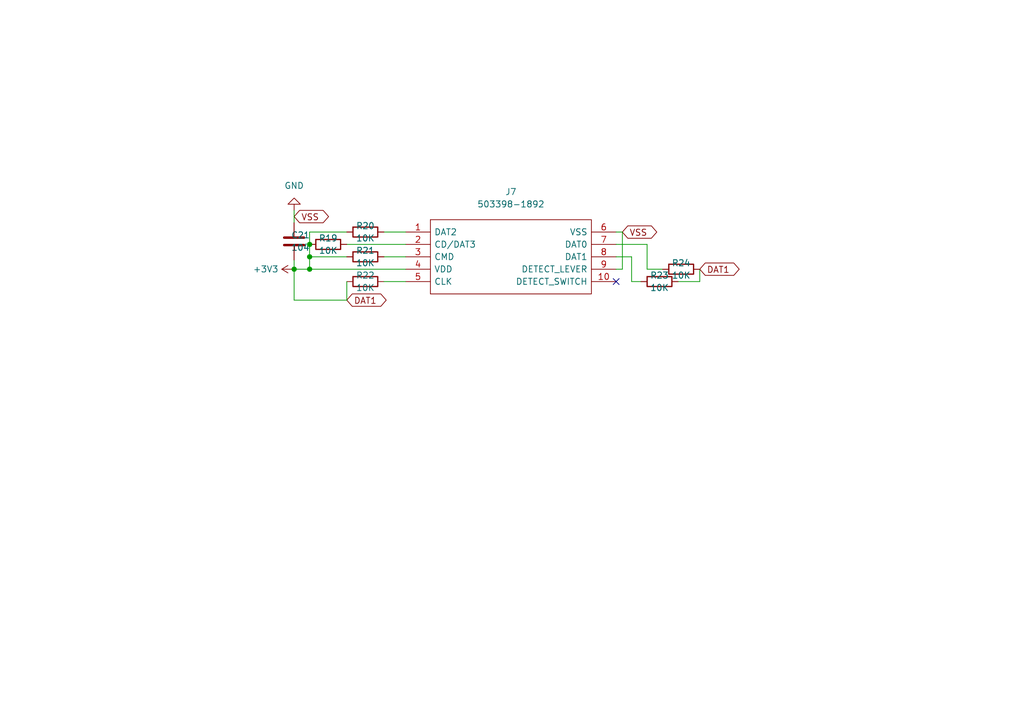
<source format=kicad_sch>
(kicad_sch (version 20211123) (generator eeschema)

  (uuid ebf214bd-d76c-484c-9c8b-2c332625b08d)

  (paper "A5")

  (lib_symbols
    (symbol "Device:C" (pin_numbers hide) (pin_names (offset 0.254)) (in_bom yes) (on_board yes)
      (property "Reference" "C" (id 0) (at 0.635 2.54 0)
        (effects (font (size 1.27 1.27)) (justify left))
      )
      (property "Value" "C" (id 1) (at 0.635 -2.54 0)
        (effects (font (size 1.27 1.27)) (justify left))
      )
      (property "Footprint" "" (id 2) (at 0.9652 -3.81 0)
        (effects (font (size 1.27 1.27)) hide)
      )
      (property "Datasheet" "~" (id 3) (at 0 0 0)
        (effects (font (size 1.27 1.27)) hide)
      )
      (property "ki_keywords" "cap capacitor" (id 4) (at 0 0 0)
        (effects (font (size 1.27 1.27)) hide)
      )
      (property "ki_description" "Unpolarized capacitor" (id 5) (at 0 0 0)
        (effects (font (size 1.27 1.27)) hide)
      )
      (property "ki_fp_filters" "C_*" (id 6) (at 0 0 0)
        (effects (font (size 1.27 1.27)) hide)
      )
      (symbol "C_0_1"
        (polyline
          (pts
            (xy -2.032 -0.762)
            (xy 2.032 -0.762)
          )
          (stroke (width 0.508) (type default) (color 0 0 0 0))
          (fill (type none))
        )
        (polyline
          (pts
            (xy -2.032 0.762)
            (xy 2.032 0.762)
          )
          (stroke (width 0.508) (type default) (color 0 0 0 0))
          (fill (type none))
        )
      )
      (symbol "C_1_1"
        (pin passive line (at 0 3.81 270) (length 2.794)
          (name "~" (effects (font (size 1.27 1.27))))
          (number "1" (effects (font (size 1.27 1.27))))
        )
        (pin passive line (at 0 -3.81 90) (length 2.794)
          (name "~" (effects (font (size 1.27 1.27))))
          (number "2" (effects (font (size 1.27 1.27))))
        )
      )
    )
    (symbol "Device:R" (pin_numbers hide) (pin_names (offset 0)) (in_bom yes) (on_board yes)
      (property "Reference" "R" (id 0) (at 2.032 0 90)
        (effects (font (size 1.27 1.27)))
      )
      (property "Value" "R" (id 1) (at 0 0 90)
        (effects (font (size 1.27 1.27)))
      )
      (property "Footprint" "" (id 2) (at -1.778 0 90)
        (effects (font (size 1.27 1.27)) hide)
      )
      (property "Datasheet" "~" (id 3) (at 0 0 0)
        (effects (font (size 1.27 1.27)) hide)
      )
      (property "ki_keywords" "R res resistor" (id 4) (at 0 0 0)
        (effects (font (size 1.27 1.27)) hide)
      )
      (property "ki_description" "Resistor" (id 5) (at 0 0 0)
        (effects (font (size 1.27 1.27)) hide)
      )
      (property "ki_fp_filters" "R_*" (id 6) (at 0 0 0)
        (effects (font (size 1.27 1.27)) hide)
      )
      (symbol "R_0_1"
        (rectangle (start -1.016 -2.54) (end 1.016 2.54)
          (stroke (width 0.254) (type default) (color 0 0 0 0))
          (fill (type none))
        )
      )
      (symbol "R_1_1"
        (pin passive line (at 0 3.81 270) (length 1.27)
          (name "~" (effects (font (size 1.27 1.27))))
          (number "1" (effects (font (size 1.27 1.27))))
        )
        (pin passive line (at 0 -3.81 90) (length 1.27)
          (name "~" (effects (font (size 1.27 1.27))))
          (number "2" (effects (font (size 1.27 1.27))))
        )
      )
    )
    (symbol "SamacSys_Parts:503398-1892" (pin_names (offset 0.762)) (in_bom yes) (on_board yes)
      (property "Reference" "J" (id 0) (at 39.37 7.62 0)
        (effects (font (size 1.27 1.27)) (justify left))
      )
      (property "Value" "503398-1892" (id 1) (at 39.37 5.08 0)
        (effects (font (size 1.27 1.27)) (justify left))
      )
      (property "Footprint" "503398-1892" (id 2) (at 39.37 2.54 0)
        (effects (font (size 1.27 1.27)) (justify left) hide)
      )
      (property "Datasheet" "http://www.molex.com/webdocs/datasheets/pdf/en-us//5033981892_MEMORY_CARD_SOCKET.pdf" (id 3) (at 39.37 0 0)
        (effects (font (size 1.27 1.27)) (justify left) hide)
      )
      (property "Description" "MicroSD SMT Push-Push 1.28mm height MicroSD SMT Push-Push 1.28mm height" (id 4) (at 39.37 -2.54 0)
        (effects (font (size 1.27 1.27)) (justify left) hide)
      )
      (property "Height" "" (id 5) (at 39.37 -5.08 0)
        (effects (font (size 1.27 1.27)) (justify left) hide)
      )
      (property "Manufacturer_Name" "Molex" (id 6) (at 39.37 -7.62 0)
        (effects (font (size 1.27 1.27)) (justify left) hide)
      )
      (property "Manufacturer_Part_Number" "503398-1892" (id 7) (at 39.37 -10.16 0)
        (effects (font (size 1.27 1.27)) (justify left) hide)
      )
      (property "Mouser Part Number" "538-503398-1892" (id 8) (at 39.37 -12.7 0)
        (effects (font (size 1.27 1.27)) (justify left) hide)
      )
      (property "Mouser Price/Stock" "https://www.mouser.co.uk/ProductDetail/Molex/503398-1892?qs=b0v8CoHHvSMxV%252BW12iKaSg%3D%3D" (id 9) (at 39.37 -15.24 0)
        (effects (font (size 1.27 1.27)) (justify left) hide)
      )
      (property "Arrow Part Number" "" (id 10) (at 39.37 -17.78 0)
        (effects (font (size 1.27 1.27)) (justify left) hide)
      )
      (property "Arrow Price/Stock" "" (id 11) (at 39.37 -20.32 0)
        (effects (font (size 1.27 1.27)) (justify left) hide)
      )
      (property "ki_description" "MicroSD SMT Push-Push 1.28mm height MicroSD SMT Push-Push 1.28mm height" (id 12) (at 0 0 0)
        (effects (font (size 1.27 1.27)) hide)
      )
      (symbol "503398-1892_0_0"
        (pin passive line (at 0 0 0) (length 5.08)
          (name "DAT2" (effects (font (size 1.27 1.27))))
          (number "1" (effects (font (size 1.27 1.27))))
        )
        (pin passive line (at 43.18 -10.16 180) (length 5.08)
          (name "DETECT_SWITCH" (effects (font (size 1.27 1.27))))
          (number "10" (effects (font (size 1.27 1.27))))
        )
        (pin passive line (at 0 -2.54 0) (length 5.08)
          (name "CD/DAT3" (effects (font (size 1.27 1.27))))
          (number "2" (effects (font (size 1.27 1.27))))
        )
        (pin passive line (at 0 -5.08 0) (length 5.08)
          (name "CMD" (effects (font (size 1.27 1.27))))
          (number "3" (effects (font (size 1.27 1.27))))
        )
        (pin passive line (at 0 -7.62 0) (length 5.08)
          (name "VDD" (effects (font (size 1.27 1.27))))
          (number "4" (effects (font (size 1.27 1.27))))
        )
        (pin passive line (at 0 -10.16 0) (length 5.08)
          (name "CLK" (effects (font (size 1.27 1.27))))
          (number "5" (effects (font (size 1.27 1.27))))
        )
        (pin passive line (at 43.18 0 180) (length 5.08)
          (name "VSS" (effects (font (size 1.27 1.27))))
          (number "6" (effects (font (size 1.27 1.27))))
        )
        (pin passive line (at 43.18 -2.54 180) (length 5.08)
          (name "DAT0" (effects (font (size 1.27 1.27))))
          (number "7" (effects (font (size 1.27 1.27))))
        )
        (pin passive line (at 43.18 -5.08 180) (length 5.08)
          (name "DAT1" (effects (font (size 1.27 1.27))))
          (number "8" (effects (font (size 1.27 1.27))))
        )
        (pin passive line (at 43.18 -7.62 180) (length 5.08)
          (name "DETECT_LEVER" (effects (font (size 1.27 1.27))))
          (number "9" (effects (font (size 1.27 1.27))))
        )
      )
      (symbol "503398-1892_0_1"
        (polyline
          (pts
            (xy 5.08 2.54)
            (xy 38.1 2.54)
            (xy 38.1 -12.7)
            (xy 5.08 -12.7)
            (xy 5.08 2.54)
          )
          (stroke (width 0.1524) (type default) (color 0 0 0 0))
          (fill (type none))
        )
      )
    )
    (symbol "power:+3V3" (power) (pin_names (offset 0)) (in_bom yes) (on_board yes)
      (property "Reference" "#PWR" (id 0) (at 0 -3.81 0)
        (effects (font (size 1.27 1.27)) hide)
      )
      (property "Value" "+3V3" (id 1) (at 0 3.556 0)
        (effects (font (size 1.27 1.27)))
      )
      (property "Footprint" "" (id 2) (at 0 0 0)
        (effects (font (size 1.27 1.27)) hide)
      )
      (property "Datasheet" "" (id 3) (at 0 0 0)
        (effects (font (size 1.27 1.27)) hide)
      )
      (property "ki_keywords" "power-flag" (id 4) (at 0 0 0)
        (effects (font (size 1.27 1.27)) hide)
      )
      (property "ki_description" "Power symbol creates a global label with name \"+3V3\"" (id 5) (at 0 0 0)
        (effects (font (size 1.27 1.27)) hide)
      )
      (symbol "+3V3_0_1"
        (polyline
          (pts
            (xy -0.762 1.27)
            (xy 0 2.54)
          )
          (stroke (width 0) (type default) (color 0 0 0 0))
          (fill (type none))
        )
        (polyline
          (pts
            (xy 0 0)
            (xy 0 2.54)
          )
          (stroke (width 0) (type default) (color 0 0 0 0))
          (fill (type none))
        )
        (polyline
          (pts
            (xy 0 2.54)
            (xy 0.762 1.27)
          )
          (stroke (width 0) (type default) (color 0 0 0 0))
          (fill (type none))
        )
      )
      (symbol "+3V3_1_1"
        (pin power_in line (at 0 0 90) (length 0) hide
          (name "+3V3" (effects (font (size 1.27 1.27))))
          (number "1" (effects (font (size 1.27 1.27))))
        )
      )
    )
    (symbol "power:GND" (power) (pin_names (offset 0)) (in_bom yes) (on_board yes)
      (property "Reference" "#PWR" (id 0) (at 0 -6.35 0)
        (effects (font (size 1.27 1.27)) hide)
      )
      (property "Value" "GND" (id 1) (at 0 -3.81 0)
        (effects (font (size 1.27 1.27)))
      )
      (property "Footprint" "" (id 2) (at 0 0 0)
        (effects (font (size 1.27 1.27)) hide)
      )
      (property "Datasheet" "" (id 3) (at 0 0 0)
        (effects (font (size 1.27 1.27)) hide)
      )
      (property "ki_keywords" "power-flag" (id 4) (at 0 0 0)
        (effects (font (size 1.27 1.27)) hide)
      )
      (property "ki_description" "Power symbol creates a global label with name \"GND\" , ground" (id 5) (at 0 0 0)
        (effects (font (size 1.27 1.27)) hide)
      )
      (symbol "GND_0_1"
        (polyline
          (pts
            (xy 0 0)
            (xy 0 -1.27)
            (xy 1.27 -1.27)
            (xy 0 -2.54)
            (xy -1.27 -1.27)
            (xy 0 -1.27)
          )
          (stroke (width 0) (type default) (color 0 0 0 0))
          (fill (type none))
        )
      )
      (symbol "GND_1_1"
        (pin power_in line (at 0 0 270) (length 0) hide
          (name "GND" (effects (font (size 1.27 1.27))))
          (number "1" (effects (font (size 1.27 1.27))))
        )
      )
    )
  )

  (junction (at 63.5 50.165) (diameter 0) (color 0 0 0 0)
    (uuid 389f684b-2d65-45d3-9550-0b31c4187718)
  )
  (junction (at 63.5 55.245) (diameter 0) (color 0 0 0 0)
    (uuid 8a5df1fc-32b9-4336-bdb3-139c2c351f71)
  )
  (junction (at 63.5 52.705) (diameter 0) (color 0 0 0 0)
    (uuid e932c479-db27-4688-9ce3-e833c4188fff)
  )
  (junction (at 60.325 55.245) (diameter 0) (color 0 0 0 0)
    (uuid ffb675a0-23fc-4815-a86b-8dce352fccf8)
  )

  (no_connect (at 126.365 57.785) (uuid 28777e9a-4aa0-4e02-849b-6e81343a60ba))

  (wire (pts (xy 83.185 55.245) (xy 63.5 55.245))
    (stroke (width 0) (type default) (color 0 0 0 0))
    (uuid 061d61ee-31b0-4f96-865f-cc8ee62b5700)
  )
  (wire (pts (xy 63.5 55.245) (xy 63.5 52.705))
    (stroke (width 0) (type default) (color 0 0 0 0))
    (uuid 09146c53-d9f8-4aef-802b-66dfe5030910)
  )
  (wire (pts (xy 71.12 52.705) (xy 63.5 52.705))
    (stroke (width 0) (type default) (color 0 0 0 0))
    (uuid 0fae6213-e5b3-410c-b0e1-7ce402c1da9a)
  )
  (wire (pts (xy 71.12 57.785) (xy 71.12 61.595))
    (stroke (width 0) (type default) (color 0 0 0 0))
    (uuid 143e5e70-0c2a-4f06-9f68-1ec5cde4b534)
  )
  (wire (pts (xy 129.54 57.785) (xy 131.445 57.785))
    (stroke (width 0) (type default) (color 0 0 0 0))
    (uuid 167014b3-e4a9-4436-92fa-c451ecf93e05)
  )
  (wire (pts (xy 78.74 47.625) (xy 83.185 47.625))
    (stroke (width 0) (type default) (color 0 0 0 0))
    (uuid 216d1032-b401-4e3d-b236-950c7c525471)
  )
  (wire (pts (xy 129.54 52.705) (xy 129.54 57.785))
    (stroke (width 0) (type default) (color 0 0 0 0))
    (uuid 295f59a6-8947-41e2-a230-50bb6fb65e1c)
  )
  (wire (pts (xy 71.12 50.165) (xy 83.185 50.165))
    (stroke (width 0) (type default) (color 0 0 0 0))
    (uuid 298aab12-d55b-4733-9769-f1449d74ddd1)
  )
  (wire (pts (xy 132.715 55.245) (xy 135.89 55.245))
    (stroke (width 0) (type default) (color 0 0 0 0))
    (uuid 4186c2c8-6798-4c91-83a3-070e1be9a3f4)
  )
  (wire (pts (xy 78.74 52.705) (xy 83.185 52.705))
    (stroke (width 0) (type default) (color 0 0 0 0))
    (uuid 675f8a55-9813-4386-9ca4-ad9fdf599ed1)
  )
  (wire (pts (xy 127.635 47.625) (xy 126.365 47.625))
    (stroke (width 0) (type default) (color 0 0 0 0))
    (uuid 6b12fde1-8ae9-4bd6-a8df-ccee4875d479)
  )
  (wire (pts (xy 60.325 55.245) (xy 63.5 55.245))
    (stroke (width 0) (type default) (color 0 0 0 0))
    (uuid 6f050a89-6451-47d0-861f-21a017a11793)
  )
  (wire (pts (xy 127.635 47.625) (xy 127.635 55.245))
    (stroke (width 0) (type default) (color 0 0 0 0))
    (uuid 76c4e3bb-0bb0-4860-a53f-9427ed6aab29)
  )
  (wire (pts (xy 126.365 50.165) (xy 132.715 50.165))
    (stroke (width 0) (type default) (color 0 0 0 0))
    (uuid 7dd7d406-80be-4165-b960-7e83daef7737)
  )
  (wire (pts (xy 139.065 57.785) (xy 143.51 57.785))
    (stroke (width 0) (type default) (color 0 0 0 0))
    (uuid 8f0dc7f2-38a4-418f-bc05-1dd429f4a3db)
  )
  (wire (pts (xy 60.325 53.34) (xy 60.325 55.245))
    (stroke (width 0) (type default) (color 0 0 0 0))
    (uuid 9eebca43-a356-43bf-a683-e75406582b87)
  )
  (wire (pts (xy 78.74 57.785) (xy 83.185 57.785))
    (stroke (width 0) (type default) (color 0 0 0 0))
    (uuid ab451880-ee78-4705-a09b-25111c14b223)
  )
  (wire (pts (xy 63.5 47.625) (xy 63.5 50.165))
    (stroke (width 0) (type default) (color 0 0 0 0))
    (uuid ac81fed9-7ea0-4c89-8b0c-f7edefda35cb)
  )
  (wire (pts (xy 71.12 61.595) (xy 60.325 61.595))
    (stroke (width 0) (type default) (color 0 0 0 0))
    (uuid b4769a6d-fd94-494e-97fb-467bf28ab302)
  )
  (wire (pts (xy 63.5 52.705) (xy 63.5 50.165))
    (stroke (width 0) (type default) (color 0 0 0 0))
    (uuid c6f6bcb1-d3bf-47cd-bb94-708c3d3e05b5)
  )
  (wire (pts (xy 60.325 55.245) (xy 60.325 61.595))
    (stroke (width 0) (type default) (color 0 0 0 0))
    (uuid cfe44a81-ad42-4195-8697-50872c1c6d31)
  )
  (wire (pts (xy 71.12 47.625) (xy 63.5 47.625))
    (stroke (width 0) (type default) (color 0 0 0 0))
    (uuid d65a362d-9240-42eb-bfbe-3544c68bc58c)
  )
  (wire (pts (xy 143.51 57.785) (xy 143.51 55.245))
    (stroke (width 0) (type default) (color 0 0 0 0))
    (uuid dd4cc5d2-7865-40e1-9d81-c0c9af7ffbbd)
  )
  (wire (pts (xy 127.635 55.245) (xy 126.365 55.245))
    (stroke (width 0) (type default) (color 0 0 0 0))
    (uuid e51f632a-949b-4fcd-b27b-29b6be2619af)
  )
  (wire (pts (xy 60.325 43.18) (xy 60.325 45.72))
    (stroke (width 0) (type default) (color 0 0 0 0))
    (uuid e9dedd5b-27a8-4e81-8362-822165e6a9ca)
  )
  (wire (pts (xy 132.715 50.165) (xy 132.715 55.245))
    (stroke (width 0) (type default) (color 0 0 0 0))
    (uuid ebb0e813-b70e-44ec-aec5-f4851b12c03a)
  )
  (wire (pts (xy 126.365 52.705) (xy 129.54 52.705))
    (stroke (width 0) (type default) (color 0 0 0 0))
    (uuid f29a9273-6aec-44e8-8e45-58c38d205084)
  )

  (global_label "DAT1" (shape bidirectional) (at 143.51 55.245 0) (fields_autoplaced)
    (effects (font (size 1.27 1.27)) (justify left))
    (uuid 182c8262-a375-473e-8894-920c18846853)
    (property "Intersheet References" "${INTERSHEET_REFS}" (id 0) (at 150.4588 55.1656 0)
      (effects (font (size 1.27 1.27)) (justify left) hide)
    )
  )
  (global_label "VSS" (shape bidirectional) (at 60.325 44.45 0) (fields_autoplaced)
    (effects (font (size 1.27 1.27)) (justify left))
    (uuid 1ff45553-88ea-46da-a6f8-876bf5f69ab9)
    (property "Intersheet References" "${INTERSHEET_REFS}" (id 0) (at 66.2457 44.3706 0)
      (effects (font (size 1.27 1.27)) (justify left) hide)
    )
  )
  (global_label "DAT1" (shape bidirectional) (at 71.12 61.595 0) (fields_autoplaced)
    (effects (font (size 1.27 1.27)) (justify left))
    (uuid 7ed93386-d704-44a4-b065-b67e051216c1)
    (property "Intersheet References" "${INTERSHEET_REFS}" (id 0) (at 78.0688 61.5156 0)
      (effects (font (size 1.27 1.27)) (justify left) hide)
    )
  )
  (global_label "VSS" (shape bidirectional) (at 127.635 47.625 0) (fields_autoplaced)
    (effects (font (size 1.27 1.27)) (justify left))
    (uuid e1660ea8-0f7d-4df0-aa24-b4bbfe40f77d)
    (property "Intersheet References" "${INTERSHEET_REFS}" (id 0) (at 133.5557 47.5456 0)
      (effects (font (size 1.27 1.27)) (justify left) hide)
    )
  )

  (symbol (lib_id "power:+3V3") (at 60.325 55.245 90) (unit 1)
    (in_bom yes) (on_board yes) (fields_autoplaced)
    (uuid 3157d4a7-3a68-40ce-b807-6ff844dcb839)
    (property "Reference" "#PWR051" (id 0) (at 64.135 55.245 0)
      (effects (font (size 1.27 1.27)) hide)
    )
    (property "Value" "+3V3" (id 1) (at 57.15 55.2449 90)
      (effects (font (size 1.27 1.27)) (justify left))
    )
    (property "Footprint" "" (id 2) (at 60.325 55.245 0)
      (effects (font (size 1.27 1.27)) hide)
    )
    (property "Datasheet" "" (id 3) (at 60.325 55.245 0)
      (effects (font (size 1.27 1.27)) hide)
    )
    (pin "1" (uuid b069bd83-897c-47dd-b9da-33b2c3b35af7))
  )

  (symbol (lib_id "SamacSys_Parts:503398-1892") (at 83.185 47.625 0) (unit 1)
    (in_bom yes) (on_board yes) (fields_autoplaced)
    (uuid 4ebac76a-4d07-4f35-bc1f-d5d3560fe13a)
    (property "Reference" "J7" (id 0) (at 104.775 39.37 0))
    (property "Value" "503398-1892" (id 1) (at 104.775 41.91 0))
    (property "Footprint" "503398-1892" (id 2) (at 122.555 45.085 0)
      (effects (font (size 1.27 1.27)) (justify left) hide)
    )
    (property "Datasheet" "http://www.molex.com/webdocs/datasheets/pdf/en-us//5033981892_MEMORY_CARD_SOCKET.pdf" (id 3) (at 122.555 47.625 0)
      (effects (font (size 1.27 1.27)) (justify left) hide)
    )
    (property "Description" "MicroSD SMT Push-Push 1.28mm height MicroSD SMT Push-Push 1.28mm height" (id 4) (at 122.555 50.165 0)
      (effects (font (size 1.27 1.27)) (justify left) hide)
    )
    (property "Height" "" (id 5) (at 122.555 52.705 0)
      (effects (font (size 1.27 1.27)) (justify left) hide)
    )
    (property "Manufacturer_Name" "Molex" (id 6) (at 122.555 55.245 0)
      (effects (font (size 1.27 1.27)) (justify left) hide)
    )
    (property "Manufacturer_Part_Number" "503398-1892" (id 7) (at 122.555 57.785 0)
      (effects (font (size 1.27 1.27)) (justify left) hide)
    )
    (property "Mouser Part Number" "538-503398-1892" (id 8) (at 122.555 60.325 0)
      (effects (font (size 1.27 1.27)) (justify left) hide)
    )
    (property "Mouser Price/Stock" "https://www.mouser.co.uk/ProductDetail/Molex/503398-1892?qs=b0v8CoHHvSMxV%252BW12iKaSg%3D%3D" (id 9) (at 122.555 62.865 0)
      (effects (font (size 1.27 1.27)) (justify left) hide)
    )
    (property "Arrow Part Number" "" (id 10) (at 122.555 65.405 0)
      (effects (font (size 1.27 1.27)) (justify left) hide)
    )
    (property "Arrow Price/Stock" "" (id 11) (at 122.555 67.945 0)
      (effects (font (size 1.27 1.27)) (justify left) hide)
    )
    (pin "1" (uuid 3dac4e6d-cd28-4f85-b38f-c717f90e54f1))
    (pin "10" (uuid ab7095c4-036e-4e59-829f-be7da4045773))
    (pin "2" (uuid 9ac10f91-bfe7-47ae-b8f6-dd03a80bc13d))
    (pin "3" (uuid 2b044f53-9347-4311-85e1-dc9d3b444eb4))
    (pin "4" (uuid 61783352-0f28-48e9-8942-04f8c5a960d5))
    (pin "5" (uuid 7d65b799-7859-48b1-9f65-09d4ef526daa))
    (pin "6" (uuid 42a07313-de49-4b34-b0db-674fed57ac7f))
    (pin "7" (uuid 34073c9c-c0a9-43b3-bfbc-f82c1a838684))
    (pin "8" (uuid 9176c0eb-49b4-47af-9c11-1214d75d3fd2))
    (pin "9" (uuid 3c304e55-bade-4e79-9ec7-bf455aad6008))
  )

  (symbol (lib_id "Device:R") (at 74.93 57.785 90) (unit 1)
    (in_bom yes) (on_board yes)
    (uuid 64c7e626-205a-492e-821a-92e0ddd50d94)
    (property "Reference" "R22" (id 0) (at 74.93 56.515 90))
    (property "Value" "10K" (id 1) (at 74.93 59.055 90))
    (property "Footprint" "Resistor_SMD:R_0201_0603Metric_Pad0.64x0.40mm_HandSolder" (id 2) (at 74.93 59.563 90)
      (effects (font (size 1.27 1.27)) hide)
    )
    (property "Datasheet" "~" (id 3) (at 74.93 57.785 0)
      (effects (font (size 1.27 1.27)) hide)
    )
    (pin "1" (uuid b4fd43a6-62d7-447d-9c91-221614937d74))
    (pin "2" (uuid c00abe62-1198-4f1c-b7ee-13f70f622906))
  )

  (symbol (lib_id "Device:C") (at 60.325 49.53 0) (unit 1)
    (in_bom yes) (on_board yes)
    (uuid 7c031871-b832-425d-ba63-93acbaee81c1)
    (property "Reference" "C21" (id 0) (at 59.69 48.26 0)
      (effects (font (size 1.27 1.27)) (justify left))
    )
    (property "Value" "104" (id 1) (at 59.69 50.8 0)
      (effects (font (size 1.27 1.27)) (justify left))
    )
    (property "Footprint" "Capacitor_SMD:C_0603_1608Metric_Pad1.08x0.95mm_HandSolder" (id 2) (at 61.2902 53.34 0)
      (effects (font (size 1.27 1.27)) hide)
    )
    (property "Datasheet" "~" (id 3) (at 60.325 49.53 0)
      (effects (font (size 1.27 1.27)) hide)
    )
    (pin "1" (uuid c371b581-d8f0-42df-af56-a8ce4ea8e3dd))
    (pin "2" (uuid 611b2087-b4d5-46a7-9bfe-a91ef77a855c))
  )

  (symbol (lib_id "Device:R") (at 74.93 47.625 90) (unit 1)
    (in_bom yes) (on_board yes)
    (uuid 859ffbee-34ba-41c3-a554-52a012476f6e)
    (property "Reference" "R20" (id 0) (at 74.93 46.355 90))
    (property "Value" "10K" (id 1) (at 74.93 48.895 90))
    (property "Footprint" "Resistor_SMD:R_0201_0603Metric_Pad0.64x0.40mm_HandSolder" (id 2) (at 74.93 49.403 90)
      (effects (font (size 1.27 1.27)) hide)
    )
    (property "Datasheet" "~" (id 3) (at 74.93 47.625 0)
      (effects (font (size 1.27 1.27)) hide)
    )
    (pin "1" (uuid a0f1e1e2-28cf-4dd0-b183-c970860a69fd))
    (pin "2" (uuid ec0cc511-2293-4955-8e14-abd318853175))
  )

  (symbol (lib_id "Device:R") (at 74.93 52.705 90) (unit 1)
    (in_bom yes) (on_board yes)
    (uuid 9a624321-cdcf-473a-954e-59a888175444)
    (property "Reference" "R21" (id 0) (at 74.93 51.435 90))
    (property "Value" "10K" (id 1) (at 74.93 53.975 90))
    (property "Footprint" "Resistor_SMD:R_0201_0603Metric_Pad0.64x0.40mm_HandSolder" (id 2) (at 74.93 54.483 90)
      (effects (font (size 1.27 1.27)) hide)
    )
    (property "Datasheet" "~" (id 3) (at 74.93 52.705 0)
      (effects (font (size 1.27 1.27)) hide)
    )
    (pin "1" (uuid 7f92cb4f-571c-436b-9ad6-41b7662c6b0f))
    (pin "2" (uuid 1b19b67e-2792-4d6d-b89c-ca8e86427146))
  )

  (symbol (lib_id "Device:R") (at 139.7 55.245 90) (unit 1)
    (in_bom yes) (on_board yes)
    (uuid a375178e-cc0d-4d95-8d3d-94fe1e670718)
    (property "Reference" "R24" (id 0) (at 139.7 53.975 90))
    (property "Value" "10K" (id 1) (at 139.7 56.515 90))
    (property "Footprint" "Resistor_SMD:R_0201_0603Metric_Pad0.64x0.40mm_HandSolder" (id 2) (at 139.7 57.023 90)
      (effects (font (size 1.27 1.27)) hide)
    )
    (property "Datasheet" "~" (id 3) (at 139.7 55.245 0)
      (effects (font (size 1.27 1.27)) hide)
    )
    (pin "1" (uuid a37f02a4-63c5-412e-a922-0dc1b075a679))
    (pin "2" (uuid a5f41092-745b-4dd7-83aa-99711716722f))
  )

  (symbol (lib_id "Device:R") (at 135.255 57.785 90) (unit 1)
    (in_bom yes) (on_board yes)
    (uuid ac441c66-57d1-4f50-9b23-9f1c1c59657e)
    (property "Reference" "R23" (id 0) (at 135.255 56.515 90))
    (property "Value" "10K" (id 1) (at 135.255 59.055 90))
    (property "Footprint" "Resistor_SMD:R_0201_0603Metric_Pad0.64x0.40mm_HandSolder" (id 2) (at 135.255 59.563 90)
      (effects (font (size 1.27 1.27)) hide)
    )
    (property "Datasheet" "~" (id 3) (at 135.255 57.785 0)
      (effects (font (size 1.27 1.27)) hide)
    )
    (pin "1" (uuid 26daf6b1-28f1-42f6-8cd8-38a7865c8a3d))
    (pin "2" (uuid 3d932fc3-882a-4af0-a903-0c6e04ad5e12))
  )

  (symbol (lib_id "Device:R") (at 67.31 50.165 90) (unit 1)
    (in_bom yes) (on_board yes)
    (uuid bacc38a8-1baa-4b5a-8666-749347694436)
    (property "Reference" "R19" (id 0) (at 67.31 48.895 90))
    (property "Value" "10K" (id 1) (at 67.31 51.435 90))
    (property "Footprint" "Resistor_SMD:R_0201_0603Metric_Pad0.64x0.40mm_HandSolder" (id 2) (at 67.31 51.943 90)
      (effects (font (size 1.27 1.27)) hide)
    )
    (property "Datasheet" "~" (id 3) (at 67.31 50.165 0)
      (effects (font (size 1.27 1.27)) hide)
    )
    (pin "1" (uuid b13ba07a-6346-4db8-ac3f-f0f25123bd9b))
    (pin "2" (uuid f35fd23f-265f-4933-b8dd-3beaee8dc8f2))
  )

  (symbol (lib_id "power:GND") (at 60.325 43.18 180) (unit 1)
    (in_bom yes) (on_board yes) (fields_autoplaced)
    (uuid cf8415c3-f1e5-4a27-8d54-915f4bd84adb)
    (property "Reference" "#PWR050" (id 0) (at 60.325 36.83 0)
      (effects (font (size 1.27 1.27)) hide)
    )
    (property "Value" "GND" (id 1) (at 60.325 38.1 0))
    (property "Footprint" "" (id 2) (at 60.325 43.18 0)
      (effects (font (size 1.27 1.27)) hide)
    )
    (property "Datasheet" "" (id 3) (at 60.325 43.18 0)
      (effects (font (size 1.27 1.27)) hide)
    )
    (pin "1" (uuid 5d368d54-a357-48a7-be1d-ff23bdf24fc3))
  )
)

</source>
